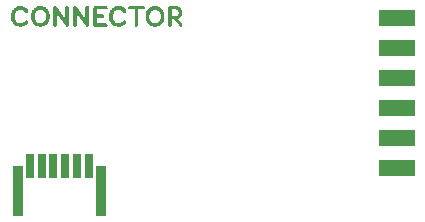
<source format=gts>
G04 #@! TF.GenerationSoftware,KiCad,Pcbnew,8.0.7*
G04 #@! TF.CreationDate,2025-01-15T21:05:11+03:00*
G04 #@! TF.ProjectId,Connector,436f6e6e-6563-4746-9f72-2e6b69636164,rev?*
G04 #@! TF.SameCoordinates,Original*
G04 #@! TF.FileFunction,Soldermask,Top*
G04 #@! TF.FilePolarity,Negative*
%FSLAX46Y46*%
G04 Gerber Fmt 4.6, Leading zero omitted, Abs format (unit mm)*
G04 Created by KiCad (PCBNEW 8.0.7) date 2025-01-15 21:05:11*
%MOMM*%
%LPD*%
G01*
G04 APERTURE LIST*
G04 Aperture macros list*
%AMRoundRect*
0 Rectangle with rounded corners*
0 $1 Rounding radius*
0 $2 $3 $4 $5 $6 $7 $8 $9 X,Y pos of 4 corners*
0 Add a 4 corners polygon primitive as box body*
4,1,4,$2,$3,$4,$5,$6,$7,$8,$9,$2,$3,0*
0 Add four circle primitives for the rounded corners*
1,1,$1+$1,$2,$3*
1,1,$1+$1,$4,$5*
1,1,$1+$1,$6,$7*
1,1,$1+$1,$8,$9*
0 Add four rect primitives between the rounded corners*
20,1,$1+$1,$2,$3,$4,$5,0*
20,1,$1+$1,$4,$5,$6,$7,0*
20,1,$1+$1,$6,$7,$8,$9,0*
20,1,$1+$1,$8,$9,$2,$3,0*%
G04 Aperture macros list end*
%ADD10C,0.140000*%
%ADD11RoundRect,0.050800X-0.300000X-1.000000X0.300000X-1.000000X0.300000X1.000000X-0.300000X1.000000X0*%
%ADD12RoundRect,0.050800X-0.350000X-2.100000X0.350000X-2.100000X0.350000X2.100000X-0.350000X2.100000X0*%
%ADD13RoundRect,0.050800X-1.500000X0.625000X-1.500000X-0.625000X1.500000X-0.625000X1.500000X0.625000X0*%
G04 APERTURE END LIST*
D10*
G36*
X130616544Y-98183061D02*
G01*
X130670400Y-98217682D01*
X130724255Y-98227940D01*
X130773409Y-98217682D01*
X130819999Y-98190754D01*
X130856757Y-98143737D01*
X130868725Y-98079196D01*
X130858894Y-98017647D01*
X130829402Y-97953106D01*
X130772904Y-97885290D01*
X130758449Y-97869758D01*
X130691439Y-97811506D01*
X130633641Y-97771878D01*
X130554670Y-97730179D01*
X130469545Y-97697361D01*
X130449849Y-97691094D01*
X130365068Y-97670373D01*
X130279551Y-97659357D01*
X130204934Y-97656473D01*
X130118594Y-97660600D01*
X130026076Y-97674907D01*
X129938883Y-97699115D01*
X129883938Y-97720587D01*
X129804557Y-97760130D01*
X129731965Y-97808377D01*
X129665649Y-97864701D01*
X129631330Y-97899250D01*
X129575521Y-97967638D01*
X129527826Y-98044146D01*
X129488246Y-98128375D01*
X129469763Y-98178359D01*
X129443957Y-98261920D01*
X129425525Y-98349329D01*
X129414465Y-98440905D01*
X129410778Y-98536968D01*
X129414465Y-98633453D01*
X129425525Y-98725730D01*
X129443957Y-98813279D01*
X129469763Y-98895578D01*
X129504835Y-98981818D01*
X129548022Y-99060900D01*
X129599323Y-99132769D01*
X129631330Y-99169557D01*
X129694381Y-99229685D01*
X129763423Y-99281640D01*
X129838969Y-99325368D01*
X129883938Y-99346084D01*
X129967327Y-99376127D01*
X130056346Y-99395875D01*
X130150538Y-99405784D01*
X130204934Y-99407206D01*
X130293539Y-99403194D01*
X130383011Y-99389580D01*
X130427623Y-99378141D01*
X130509326Y-99349599D01*
X130587020Y-99312784D01*
X130601584Y-99304624D01*
X130673858Y-99257813D01*
X130728957Y-99211445D01*
X130791938Y-99150093D01*
X130817434Y-99120831D01*
X130854193Y-99054153D01*
X130864023Y-98992176D01*
X130835839Y-98910072D01*
X130827265Y-98898143D01*
X130752835Y-98852718D01*
X130731522Y-98851126D01*
X130649769Y-98878314D01*
X130631077Y-98895578D01*
X130572101Y-98959361D01*
X130505791Y-99016745D01*
X130454550Y-99051588D01*
X130373606Y-99087163D01*
X130286358Y-99103385D01*
X130229297Y-99105871D01*
X130137583Y-99098790D01*
X130054017Y-99078007D01*
X130018577Y-99063983D01*
X129940813Y-99021351D01*
X129875412Y-98965833D01*
X129859147Y-98947724D01*
X129809297Y-98877003D01*
X129770154Y-98794993D01*
X129761267Y-98769488D01*
X129739556Y-98681472D01*
X129728821Y-98593691D01*
X129727073Y-98539533D01*
X129731345Y-98452764D01*
X129745172Y-98364206D01*
X129761267Y-98301885D01*
X129793068Y-98220317D01*
X129838123Y-98143914D01*
X129857010Y-98118947D01*
X129920561Y-98053981D01*
X129995312Y-98005392D01*
X130006181Y-98000123D01*
X130087771Y-97971725D01*
X130177706Y-97958913D01*
X130204934Y-97958235D01*
X130293216Y-97964475D01*
X130339573Y-97975332D01*
X130420116Y-98008451D01*
X130444720Y-98022349D01*
X130515157Y-98074568D01*
X130533196Y-98091592D01*
X130593330Y-98156117D01*
X130616544Y-98183061D01*
G37*
G36*
X131950803Y-97657923D02*
G01*
X132046173Y-97667978D01*
X132136280Y-97687897D01*
X132221525Y-97718022D01*
X132266350Y-97738739D01*
X132341827Y-97782466D01*
X132410851Y-97834422D01*
X132473706Y-97894549D01*
X132505722Y-97931506D01*
X132557228Y-98004249D01*
X132601153Y-98084358D01*
X132637837Y-98171093D01*
X132663643Y-98254875D01*
X132682076Y-98343185D01*
X132693135Y-98435742D01*
X132696822Y-98532267D01*
X132693135Y-98628511D01*
X132682076Y-98720708D01*
X132663643Y-98808337D01*
X132637837Y-98890876D01*
X132618330Y-98939836D01*
X132577666Y-99022981D01*
X132529572Y-99099090D01*
X132473706Y-99167420D01*
X132439531Y-99201659D01*
X132373284Y-99257073D01*
X132300711Y-99304398D01*
X132221525Y-99343519D01*
X132165216Y-99364951D01*
X132076773Y-99389006D01*
X131983202Y-99403145D01*
X131895400Y-99407206D01*
X131841021Y-99405616D01*
X131746735Y-99394832D01*
X131657027Y-99374057D01*
X131571839Y-99343519D01*
X131527014Y-99322805D01*
X131451537Y-99279112D01*
X131382514Y-99227279D01*
X131319658Y-99167420D01*
X131287642Y-99130463D01*
X131236136Y-99057720D01*
X131192212Y-98977611D01*
X131155527Y-98890876D01*
X131129721Y-98808337D01*
X131111289Y-98720708D01*
X131100229Y-98628511D01*
X131096543Y-98532267D01*
X131412837Y-98532267D01*
X131415114Y-98593843D01*
X131426632Y-98681749D01*
X131447031Y-98764786D01*
X131455918Y-98791119D01*
X131495061Y-98874398D01*
X131544911Y-98945159D01*
X131552875Y-98954787D01*
X131619375Y-99017538D01*
X131697075Y-99063983D01*
X131725085Y-99075860D01*
X131809427Y-99098790D01*
X131895400Y-99105871D01*
X131922632Y-99105193D01*
X132012943Y-99092381D01*
X132096290Y-99063983D01*
X132107681Y-99058714D01*
X132184424Y-99010125D01*
X132248453Y-98945159D01*
X132267337Y-98921216D01*
X132313635Y-98846182D01*
X132346333Y-98764786D01*
X132361053Y-98709942D01*
X132375568Y-98623719D01*
X132380527Y-98532267D01*
X132378310Y-98469028D01*
X132366920Y-98380243D01*
X132346333Y-98297183D01*
X132337447Y-98271673D01*
X132298303Y-98189211D01*
X132248453Y-98116382D01*
X132240489Y-98107206D01*
X132173989Y-98046304D01*
X132096290Y-98000123D01*
X132067255Y-97988246D01*
X131981545Y-97965316D01*
X131895400Y-97958235D01*
X131868167Y-97958913D01*
X131777857Y-97971725D01*
X131694510Y-98000123D01*
X131683612Y-98005392D01*
X131607488Y-98053597D01*
X131542774Y-98116382D01*
X131523888Y-98141368D01*
X131478832Y-98217489D01*
X131447031Y-98297183D01*
X131430937Y-98359010D01*
X131417110Y-98446199D01*
X131412837Y-98532267D01*
X131096543Y-98532267D01*
X131100229Y-98435742D01*
X131111289Y-98343185D01*
X131129721Y-98254875D01*
X131155527Y-98171093D01*
X131175034Y-98122133D01*
X131215698Y-98038988D01*
X131263792Y-97962879D01*
X131319658Y-97894549D01*
X131353833Y-97860139D01*
X131420080Y-97804545D01*
X131492654Y-97757153D01*
X131571839Y-97718022D01*
X131628132Y-97696788D01*
X131716327Y-97673505D01*
X131809080Y-97660200D01*
X131895400Y-97656473D01*
X131950803Y-97657923D01*
G37*
G36*
X134019275Y-97813765D02*
G01*
X134019275Y-98798553D01*
X133286668Y-97729990D01*
X133225546Y-97671860D01*
X133154594Y-97656473D01*
X133068842Y-97677406D01*
X133036625Y-97709901D01*
X133005971Y-97791177D01*
X133002431Y-97834282D01*
X133002431Y-99252478D01*
X133023365Y-99337688D01*
X133046455Y-99367028D01*
X133125075Y-99404835D01*
X133156731Y-99407206D01*
X133240398Y-99386884D01*
X133267007Y-99367028D01*
X133307573Y-99290805D01*
X133311031Y-99252478D01*
X133311031Y-98313853D01*
X134038936Y-99333689D01*
X134105187Y-99389681D01*
X134180841Y-99407206D01*
X134265270Y-99383862D01*
X134288980Y-99361899D01*
X134325585Y-99283820D01*
X134327875Y-99252478D01*
X134327875Y-97813765D01*
X134308254Y-97730356D01*
X134281286Y-97697078D01*
X134203989Y-97658911D01*
X134173575Y-97656473D01*
X134089908Y-97677139D01*
X134063299Y-97697078D01*
X134022806Y-97775212D01*
X134019275Y-97813765D01*
G37*
G36*
X135717007Y-97813765D02*
G01*
X135717007Y-98798553D01*
X134984400Y-97729990D01*
X134923278Y-97671860D01*
X134852326Y-97656473D01*
X134766574Y-97677406D01*
X134734357Y-97709901D01*
X134703703Y-97791177D01*
X134700163Y-97834282D01*
X134700163Y-99252478D01*
X134721098Y-99337688D01*
X134744187Y-99367028D01*
X134822807Y-99404835D01*
X134854463Y-99407206D01*
X134938130Y-99386884D01*
X134964739Y-99367028D01*
X135005305Y-99290805D01*
X135008763Y-99252478D01*
X135008763Y-98313853D01*
X135736668Y-99333689D01*
X135802919Y-99389681D01*
X135878573Y-99407206D01*
X135963002Y-99383862D01*
X135986712Y-99361899D01*
X136023317Y-99283820D01*
X136025608Y-99252478D01*
X136025608Y-97813765D01*
X136005986Y-97730356D01*
X135979018Y-97697078D01*
X135901721Y-97658911D01*
X135871307Y-97656473D01*
X135787640Y-97677139D01*
X135761031Y-97697078D01*
X135720538Y-97775212D01*
X135717007Y-97813765D01*
G37*
G36*
X137446796Y-99135363D02*
G01*
X136706496Y-99135363D01*
X136706496Y-98641260D01*
X137177090Y-98641260D01*
X137260758Y-98622554D01*
X137287366Y-98604929D01*
X137327308Y-98526796D01*
X137328826Y-98504057D01*
X137303236Y-98421208D01*
X137287366Y-98403612D01*
X137204939Y-98371166D01*
X137177090Y-98369418D01*
X136706496Y-98369418D01*
X136706496Y-97931307D01*
X137444231Y-97931307D01*
X137527779Y-97910570D01*
X137549378Y-97894549D01*
X137587379Y-97816645D01*
X137588701Y-97794104D01*
X137564985Y-97710832D01*
X137549378Y-97693232D01*
X137467975Y-97657777D01*
X137444231Y-97656473D01*
X136554760Y-97656473D01*
X136471228Y-97674955D01*
X136439782Y-97698361D01*
X136400653Y-97778062D01*
X136397895Y-97811201D01*
X136397895Y-99252905D01*
X136419969Y-99339080D01*
X136439782Y-99365745D01*
X136517861Y-99404514D01*
X136552195Y-99407206D01*
X137446796Y-99407206D01*
X137530344Y-99386830D01*
X137551942Y-99370875D01*
X137587396Y-99292741D01*
X137588701Y-99270002D01*
X137564381Y-99185855D01*
X137551942Y-99172122D01*
X137470540Y-99136668D01*
X137446796Y-99135363D01*
G37*
G36*
X138923976Y-98183061D02*
G01*
X138977832Y-98217682D01*
X139031687Y-98227940D01*
X139080841Y-98217682D01*
X139127431Y-98190754D01*
X139164189Y-98143737D01*
X139176157Y-98079196D01*
X139166326Y-98017647D01*
X139136834Y-97953106D01*
X139080336Y-97885290D01*
X139065881Y-97869758D01*
X138998871Y-97811506D01*
X138941073Y-97771878D01*
X138862102Y-97730179D01*
X138776977Y-97697361D01*
X138757281Y-97691094D01*
X138672500Y-97670373D01*
X138586983Y-97659357D01*
X138512366Y-97656473D01*
X138426026Y-97660600D01*
X138333508Y-97674907D01*
X138246315Y-97699115D01*
X138191370Y-97720587D01*
X138111989Y-97760130D01*
X138039397Y-97808377D01*
X137973081Y-97864701D01*
X137938762Y-97899250D01*
X137882953Y-97967638D01*
X137835258Y-98044146D01*
X137795678Y-98128375D01*
X137777195Y-98178359D01*
X137751389Y-98261920D01*
X137732957Y-98349329D01*
X137721897Y-98440905D01*
X137718210Y-98536968D01*
X137721897Y-98633453D01*
X137732957Y-98725730D01*
X137751389Y-98813279D01*
X137777195Y-98895578D01*
X137812267Y-98981818D01*
X137855454Y-99060900D01*
X137906755Y-99132769D01*
X137938762Y-99169557D01*
X138001813Y-99229685D01*
X138070855Y-99281640D01*
X138146400Y-99325368D01*
X138191370Y-99346084D01*
X138274759Y-99376127D01*
X138363778Y-99395875D01*
X138457970Y-99405784D01*
X138512366Y-99407206D01*
X138600971Y-99403194D01*
X138690443Y-99389580D01*
X138735054Y-99378141D01*
X138816757Y-99349599D01*
X138894452Y-99312784D01*
X138909016Y-99304624D01*
X138981290Y-99257813D01*
X139036389Y-99211445D01*
X139099370Y-99150093D01*
X139124866Y-99120831D01*
X139161625Y-99054153D01*
X139171455Y-98992176D01*
X139143271Y-98910072D01*
X139134697Y-98898143D01*
X139060267Y-98852718D01*
X139038954Y-98851126D01*
X138957201Y-98878314D01*
X138938509Y-98895578D01*
X138879533Y-98959361D01*
X138813223Y-99016745D01*
X138761982Y-99051588D01*
X138681038Y-99087163D01*
X138593790Y-99103385D01*
X138536729Y-99105871D01*
X138445015Y-99098790D01*
X138361449Y-99078007D01*
X138326009Y-99063983D01*
X138248244Y-99021351D01*
X138182844Y-98965833D01*
X138166579Y-98947724D01*
X138116729Y-98877003D01*
X138077586Y-98794993D01*
X138068699Y-98769488D01*
X138046988Y-98681472D01*
X138036253Y-98593691D01*
X138034505Y-98539533D01*
X138038777Y-98452764D01*
X138052604Y-98364206D01*
X138068699Y-98301885D01*
X138100500Y-98220317D01*
X138145555Y-98143914D01*
X138164442Y-98118947D01*
X138227993Y-98053981D01*
X138302744Y-98005392D01*
X138313613Y-98000123D01*
X138395203Y-97971725D01*
X138485138Y-97958913D01*
X138512366Y-97958235D01*
X138600648Y-97964475D01*
X138647005Y-97975332D01*
X138727548Y-98008451D01*
X138752151Y-98022349D01*
X138822589Y-98074568D01*
X138840628Y-98091592D01*
X138900762Y-98156117D01*
X138923976Y-98183061D01*
G37*
G36*
X140593498Y-97656473D02*
G01*
X139478774Y-97656473D01*
X139393062Y-97677210D01*
X139371063Y-97693232D01*
X139330697Y-97771365D01*
X139329175Y-97794104D01*
X139354970Y-97876952D01*
X139371063Y-97894549D01*
X139450953Y-97929532D01*
X139478774Y-97931307D01*
X139883118Y-97931307D01*
X139883118Y-99246494D01*
X139903030Y-99332118D01*
X139924578Y-99361471D01*
X139999947Y-99403637D01*
X140037418Y-99407206D01*
X140120264Y-99385715D01*
X140149831Y-99361471D01*
X140188235Y-99285090D01*
X140191719Y-99246494D01*
X140191719Y-97931307D01*
X140593498Y-97931307D01*
X140677166Y-97912256D01*
X140703774Y-97894549D01*
X140743716Y-97816645D01*
X140745234Y-97794104D01*
X140719644Y-97710832D01*
X140703774Y-97693232D01*
X140625154Y-97658790D01*
X140593498Y-97656473D01*
G37*
G36*
X141661899Y-97657923D02*
G01*
X141757268Y-97667978D01*
X141847376Y-97687897D01*
X141932621Y-97718022D01*
X141977446Y-97738739D01*
X142052923Y-97782466D01*
X142121946Y-97834422D01*
X142184802Y-97894549D01*
X142216818Y-97931506D01*
X142268324Y-98004249D01*
X142312248Y-98084358D01*
X142348933Y-98171093D01*
X142374739Y-98254875D01*
X142393171Y-98343185D01*
X142404231Y-98435742D01*
X142407917Y-98532267D01*
X142404231Y-98628511D01*
X142393171Y-98720708D01*
X142374739Y-98808337D01*
X142348933Y-98890876D01*
X142329426Y-98939836D01*
X142288762Y-99022981D01*
X142240668Y-99099090D01*
X142184802Y-99167420D01*
X142150627Y-99201659D01*
X142084380Y-99257073D01*
X142011806Y-99304398D01*
X141932621Y-99343519D01*
X141876311Y-99364951D01*
X141787869Y-99389006D01*
X141694298Y-99403145D01*
X141606496Y-99407206D01*
X141552116Y-99405616D01*
X141457831Y-99394832D01*
X141368123Y-99374057D01*
X141282935Y-99343519D01*
X141238110Y-99322805D01*
X141162633Y-99279112D01*
X141093609Y-99227279D01*
X141030754Y-99167420D01*
X140998738Y-99130463D01*
X140947232Y-99057720D01*
X140903307Y-98977611D01*
X140866623Y-98890876D01*
X140840817Y-98808337D01*
X140822384Y-98720708D01*
X140811325Y-98628511D01*
X140807638Y-98532267D01*
X141123933Y-98532267D01*
X141126210Y-98593843D01*
X141137728Y-98681749D01*
X141158127Y-98764786D01*
X141167013Y-98791119D01*
X141206157Y-98874398D01*
X141256007Y-98945159D01*
X141263971Y-98954787D01*
X141330471Y-99017538D01*
X141408170Y-99063983D01*
X141436181Y-99075860D01*
X141520523Y-99098790D01*
X141606496Y-99105871D01*
X141633728Y-99105193D01*
X141724039Y-99092381D01*
X141807385Y-99063983D01*
X141818777Y-99058714D01*
X141895520Y-99010125D01*
X141959549Y-98945159D01*
X141978433Y-98921216D01*
X142024731Y-98846182D01*
X142057429Y-98764786D01*
X142072148Y-98709942D01*
X142086664Y-98623719D01*
X142091623Y-98532267D01*
X142089406Y-98469028D01*
X142078015Y-98380243D01*
X142057429Y-98297183D01*
X142048542Y-98271673D01*
X142009399Y-98189211D01*
X141959549Y-98116382D01*
X141951585Y-98107206D01*
X141885085Y-98046304D01*
X141807385Y-98000123D01*
X141778351Y-97988246D01*
X141692640Y-97965316D01*
X141606496Y-97958235D01*
X141579263Y-97958913D01*
X141488952Y-97971725D01*
X141405606Y-98000123D01*
X141394707Y-98005392D01*
X141318583Y-98053597D01*
X141253870Y-98116382D01*
X141234983Y-98141368D01*
X141189928Y-98217489D01*
X141158127Y-98297183D01*
X141142032Y-98359010D01*
X141128205Y-98446199D01*
X141123933Y-98532267D01*
X140807638Y-98532267D01*
X140811325Y-98435742D01*
X140822384Y-98343185D01*
X140840817Y-98254875D01*
X140866623Y-98171093D01*
X140886130Y-98122133D01*
X140926794Y-98038988D01*
X140974888Y-97962879D01*
X141030754Y-97894549D01*
X141064929Y-97860139D01*
X141131176Y-97804545D01*
X141203749Y-97757153D01*
X141282935Y-97718022D01*
X141339227Y-97696788D01*
X141427423Y-97673505D01*
X141520176Y-97660200D01*
X141606496Y-97656473D01*
X141661899Y-97657923D01*
G37*
G36*
X143395047Y-97659462D02*
G01*
X143481950Y-97671521D01*
X143568804Y-97695796D01*
X143609103Y-97711980D01*
X143688822Y-97754158D01*
X143757298Y-97806072D01*
X143785280Y-97834715D01*
X143837678Y-97903662D01*
X143877404Y-97982171D01*
X143895310Y-98037422D01*
X143913139Y-98125095D01*
X143919292Y-98217682D01*
X143917284Y-98273050D01*
X143903477Y-98366940D01*
X143876421Y-98453260D01*
X143835944Y-98531839D01*
X143807701Y-98570480D01*
X143747652Y-98632528D01*
X143675419Y-98684294D01*
X143590602Y-98725035D01*
X143860307Y-99085355D01*
X143875860Y-99106676D01*
X143919292Y-99184090D01*
X143931260Y-99261881D01*
X143929975Y-99280858D01*
X143891937Y-99360616D01*
X143860492Y-99387205D01*
X143776960Y-99407206D01*
X143770603Y-99407086D01*
X143688910Y-99378996D01*
X143679023Y-99371864D01*
X143617530Y-99308898D01*
X143252509Y-98779318D01*
X143022127Y-98779318D01*
X143022127Y-99243929D01*
X143018726Y-99282969D01*
X142980667Y-99360616D01*
X142950811Y-99385248D01*
X142867827Y-99407206D01*
X142834728Y-99404314D01*
X142757551Y-99360616D01*
X142732613Y-99327448D01*
X142713526Y-99243929D01*
X142713526Y-98504484D01*
X143022127Y-98504484D01*
X143316195Y-98504484D01*
X143372576Y-98500855D01*
X143455442Y-98477634D01*
X143526916Y-98427975D01*
X143560622Y-98387183D01*
X143594240Y-98303674D01*
X143602998Y-98217682D01*
X143599159Y-98160290D01*
X143575055Y-98075864D01*
X143524779Y-98005252D01*
X143486758Y-97976668D01*
X143403359Y-97941856D01*
X143311494Y-97931307D01*
X143022127Y-97931307D01*
X143022127Y-98504484D01*
X142713526Y-98504484D01*
X142713526Y-97811201D01*
X142717057Y-97774167D01*
X142757551Y-97698361D01*
X142782604Y-97678547D01*
X142867827Y-97656473D01*
X143318760Y-97656473D01*
X143395047Y-97659462D01*
G37*
D11*
X131001100Y-111253600D03*
X132001100Y-111253600D03*
X133001100Y-111253600D03*
X134001100Y-111253600D03*
X135001100Y-111253600D03*
X136001100Y-111253600D03*
D12*
X130001100Y-113353600D03*
X137001100Y-113353600D03*
D13*
X162076100Y-98653600D03*
X162076100Y-101193600D03*
X162076100Y-103733600D03*
X162076100Y-106273600D03*
X162076100Y-108813600D03*
X162076100Y-111353600D03*
M02*

</source>
